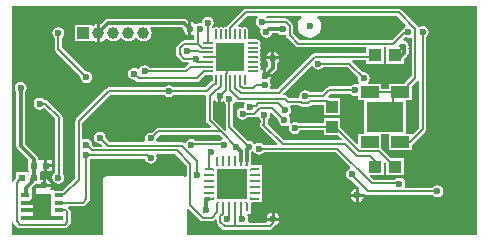
<source format=gbl>
G04*
G04 #@! TF.GenerationSoftware,Altium Limited,Altium Designer,19.0.12 (326)*
G04*
G04 Layer_Physical_Order=2*
G04 Layer_Color=16711680*
%FSLAX44Y44*%
%MOMM*%
G71*
G01*
G75*
%ADD12C,0.2000*%
%ADD17R,0.6000X0.5000*%
%ADD35R,1.0000X1.1000*%
%ADD64C,0.3000*%
%ADD67C,0.6000*%
%ADD68C,1.0000*%
%ADD69R,1.0000X1.0000*%
%ADD70R,0.7500X0.2500*%
%ADD71R,0.8500X0.2500*%
%ADD72R,0.2500X0.7500*%
%ADD73R,0.2500X0.8500*%
%ADD74R,2.6000X2.6000*%
%ADD75O,0.8500X0.2000*%
%ADD76O,0.2000X0.8500*%
%ADD77R,2.4000X2.4000*%
%ADD78R,3.1000X2.5000*%
%ADD79R,1.5500X1.0000*%
%ADD80R,1.1000X1.0000*%
%ADD81R,1.5000X2.3000*%
%ADD82R,0.8000X0.3000*%
G36*
X397196Y2804D02*
X151534D01*
Y24634D01*
X152804Y25160D01*
X162347Y15617D01*
X162347Y15617D01*
X163339Y14954D01*
X164510Y14721D01*
X164510Y14721D01*
X172040D01*
X172040Y14721D01*
X173211Y14954D01*
X174203Y15617D01*
X175188Y16602D01*
X176361Y16116D01*
Y14025D01*
X176361Y14025D01*
X176594Y12854D01*
X177257Y11862D01*
X180861Y8259D01*
X181853Y7595D01*
X183023Y7362D01*
X183469Y7451D01*
X191850D01*
X192043Y7490D01*
X192236Y7451D01*
X192236Y7451D01*
X221168D01*
X221168Y7451D01*
X222338Y7684D01*
X223331Y8347D01*
X226144Y11160D01*
X226250Y11181D01*
X228082Y12406D01*
X229307Y14238D01*
X229484Y15130D01*
X218692D01*
X218750Y14839D01*
X217906Y13569D01*
X203579D01*
X202885Y14839D01*
X203218Y16510D01*
X202830Y18461D01*
X202096Y19560D01*
X202766Y20830D01*
X205100D01*
Y29296D01*
X205315Y30365D01*
X206384Y30580D01*
X214850D01*
Y40580D01*
Y50580D01*
Y62080D01*
X206384D01*
X205315Y62295D01*
X205100Y63364D01*
Y64144D01*
X205147Y64214D01*
X205419Y65580D01*
Y72908D01*
X206462Y73722D01*
X207858Y73489D01*
X207923Y73436D01*
X208485Y72595D01*
X210139Y71490D01*
X212090Y71102D01*
X214041Y71490D01*
X215695Y72595D01*
X216060Y73141D01*
X277022D01*
X289565Y60598D01*
X289197Y59383D01*
X288879Y59320D01*
X287225Y58215D01*
X286120Y56561D01*
X285732Y54610D01*
X286120Y52659D01*
X287225Y51005D01*
X288879Y49900D01*
X290297Y49618D01*
X296758Y43158D01*
X296591Y42846D01*
Y37770D01*
X301667D01*
X301978Y37937D01*
X302079Y37837D01*
X303071Y37174D01*
X304242Y36941D01*
X304242Y36941D01*
X359250D01*
X359615Y36395D01*
X361269Y35290D01*
X363220Y34901D01*
X365171Y35290D01*
X366825Y36395D01*
X367930Y38049D01*
X368318Y39999D01*
X367930Y41950D01*
X366825Y43604D01*
X365171Y44709D01*
X363220Y45097D01*
X361269Y44709D01*
X359615Y43604D01*
X359250Y43058D01*
X336028D01*
X335429Y44178D01*
X335690Y44569D01*
X336078Y46520D01*
X335690Y48471D01*
X334585Y50125D01*
X332931Y51230D01*
X330980Y51618D01*
X329029Y51230D01*
X327375Y50125D01*
X327231Y49908D01*
X308907D01*
X305989Y52827D01*
X306474Y54000D01*
X317940D01*
Y63908D01*
X319050Y64382D01*
X319940Y63647D01*
Y54000D01*
X334940D01*
Y68000D01*
X324245D01*
X316130Y76115D01*
X315941Y76241D01*
Y88452D01*
X321941D01*
Y74952D01*
X341441D01*
Y79165D01*
X342375Y79789D01*
X353143Y90557D01*
X353143Y90557D01*
X353806Y91549D01*
X354039Y92720D01*
X354039Y92720D01*
Y170980D01*
X354585Y171345D01*
X355690Y172999D01*
X356078Y174950D01*
X355690Y176901D01*
X354585Y178555D01*
X352931Y179660D01*
X350980Y180048D01*
X349029Y179660D01*
X348273Y179155D01*
X348125Y179077D01*
X346614Y179527D01*
X346566Y179598D01*
X346566Y179598D01*
X332501Y193663D01*
X331509Y194326D01*
X330338Y194559D01*
X330338Y194559D01*
X200865D01*
X199694Y194326D01*
X198702Y193663D01*
X198702Y193663D01*
X185797Y180758D01*
X185134Y179766D01*
X184987Y179025D01*
X183960Y179229D01*
X182789Y178996D01*
X181960Y178442D01*
X181131Y178996D01*
X179960Y179229D01*
X178790Y178996D01*
X177960Y178442D01*
X177131Y178996D01*
X175960Y179229D01*
X174790Y178996D01*
X173797Y178333D01*
X172605Y178223D01*
X172495Y179245D01*
X173600Y180899D01*
X173988Y182850D01*
X173600Y184801D01*
X172495Y186455D01*
X170841Y187560D01*
X168890Y187948D01*
X166939Y187560D01*
X165285Y186455D01*
X164180Y184801D01*
X163792Y182850D01*
X163628Y182686D01*
X162560Y182898D01*
X160609Y182510D01*
X159381Y181690D01*
X157794Y181779D01*
X157784Y181794D01*
X155952Y183019D01*
X155060Y183196D01*
Y177800D01*
Y172404D01*
X155952Y172581D01*
X156281Y172802D01*
X157401Y172203D01*
Y167729D01*
X148645D01*
X148645Y167729D01*
X147474Y167496D01*
X146482Y166833D01*
X142967Y163318D01*
X142304Y162326D01*
X142071Y161155D01*
X142071Y161155D01*
Y156185D01*
X142071Y156185D01*
X142304Y155014D01*
X142967Y154022D01*
X146752Y150237D01*
X147744Y149574D01*
X148915Y149341D01*
X152431D01*
X152697Y148869D01*
X152817Y148071D01*
X152460Y147833D01*
X152460Y147833D01*
X149356Y144729D01*
X119370D01*
X119005Y145275D01*
X117351Y146380D01*
X115400Y146768D01*
X113449Y146380D01*
X111795Y145275D01*
X110878Y143902D01*
X110527Y143606D01*
X109371Y143498D01*
X108291Y144219D01*
X106340Y144607D01*
X104389Y144219D01*
X102735Y143114D01*
X101630Y141460D01*
X101242Y139509D01*
X101630Y137559D01*
X102735Y135905D01*
X104389Y134800D01*
X106340Y134411D01*
X107261Y134595D01*
X108349Y133507D01*
X109341Y132844D01*
X110512Y132611D01*
X159621D01*
X159621Y132611D01*
X160791Y132844D01*
X161784Y133507D01*
X166888Y138611D01*
X171794D01*
X172176Y138395D01*
X172685Y137886D01*
X172901Y137504D01*
Y133925D01*
X172015Y133333D01*
X172015Y133333D01*
X166621Y127939D01*
X139860D01*
X139495Y128485D01*
X137841Y129590D01*
X135890Y129978D01*
X133939Y129590D01*
X132285Y128485D01*
X131920Y127939D01*
X85040D01*
X85040Y127939D01*
X83870Y127706D01*
X82877Y127043D01*
X82877Y127043D01*
X57527Y101693D01*
X56864Y100701D01*
X56631Y99530D01*
X56631Y99530D01*
Y51027D01*
X45993Y40389D01*
X43370D01*
X43370Y40389D01*
X43074Y40330D01*
X38460D01*
Y41120D01*
X35844D01*
X35245Y42240D01*
X35699Y42918D01*
X35876Y43810D01*
X30480D01*
Y45080D01*
X29210D01*
Y50476D01*
X28318Y50299D01*
X27711Y49893D01*
X26441Y50572D01*
Y55616D01*
X26441Y56000D01*
X27384Y56790D01*
X30480D01*
Y61830D01*
Y66870D01*
X26210D01*
Y66870D01*
X25010Y67039D01*
Y67359D01*
X24738Y68725D01*
X23965Y69883D01*
X14010Y79838D01*
Y124041D01*
X14046Y124065D01*
X15151Y125719D01*
X15539Y127670D01*
X15151Y129621D01*
X14046Y131275D01*
X12392Y132380D01*
X10441Y132768D01*
X8490Y132380D01*
X6837Y131275D01*
X5731Y129621D01*
X5343Y127670D01*
X5731Y125719D01*
X6837Y124065D01*
X6873Y124041D01*
Y78359D01*
X7144Y76994D01*
X7918Y75836D01*
X16306Y67448D01*
X16750Y66330D01*
X16750D01*
X16750Y66330D01*
Y57330D01*
X17873D01*
Y56898D01*
X16975Y56000D01*
X16441D01*
Y56000D01*
X16441D01*
Y56000D01*
X6441D01*
Y51026D01*
X4807Y49392D01*
X4144Y48399D01*
X4074Y48046D01*
X2804Y48171D01*
Y197196D01*
X105078D01*
X105267Y197070D01*
X106340Y196856D01*
X107413Y197070D01*
X107603Y197196D01*
X397196D01*
Y2804D01*
D02*
G37*
G36*
X336623Y180890D02*
X336215Y179501D01*
X334798Y178555D01*
X333821Y177092D01*
X324620Y167891D01*
X246787D01*
X241347Y173331D01*
Y179920D01*
X241347Y179921D01*
X241114Y181091D01*
X240451Y182083D01*
X240451Y182083D01*
X236936Y185598D01*
X235944Y186261D01*
X234773Y186494D01*
X234773Y186494D01*
X218855D01*
X218335Y187171D01*
X218880Y188441D01*
X248009D01*
X248417Y187239D01*
X248046Y186954D01*
X246483Y184917D01*
X245501Y182545D01*
X245166Y180000D01*
X245501Y177455D01*
X246483Y175083D01*
X248046Y173046D01*
X250083Y171483D01*
X252455Y170501D01*
X255000Y170166D01*
X257545Y170501D01*
X259917Y171483D01*
X261954Y173046D01*
X263517Y175083D01*
X264499Y177455D01*
X264834Y180000D01*
X264499Y182545D01*
X263517Y184917D01*
X261954Y186954D01*
X261583Y187239D01*
X261991Y188441D01*
X329071D01*
X336623Y180890D01*
D02*
G37*
G36*
X211076Y187171D02*
X210880Y187040D01*
X209775Y185386D01*
X209387Y183435D01*
X209775Y181484D01*
X210880Y179830D01*
X212534Y178725D01*
X213362Y178561D01*
X213848Y177387D01*
X213730Y177211D01*
X213342Y175260D01*
X213730Y173309D01*
X214835Y171655D01*
X216489Y170550D01*
X218440Y170162D01*
X220391Y170550D01*
X222045Y171655D01*
X223150Y173309D01*
X223261Y173867D01*
X228659D01*
X228683Y173830D01*
X230337Y172725D01*
X232288Y172337D01*
X233959Y172670D01*
X234789Y172274D01*
X235265Y171884D01*
X235462Y170894D01*
X236125Y169902D01*
X243357Y162669D01*
X243357Y162669D01*
X244350Y162006D01*
X245520Y161773D01*
X245520Y161773D01*
X303141D01*
Y157059D01*
X259705D01*
X259705Y157059D01*
X258534Y156826D01*
X257542Y156163D01*
X227608Y126229D01*
X222272D01*
X221673Y127349D01*
X221880Y127659D01*
X222268Y129609D01*
X221880Y131560D01*
X221271Y132472D01*
X221164Y133928D01*
X222389Y135760D01*
X222566Y136652D01*
X217170D01*
Y137922D01*
X215900D01*
Y143318D01*
X215008Y143141D01*
X215005Y143138D01*
X213615Y143596D01*
X213286Y144500D01*
X213519Y145670D01*
X213286Y146840D01*
X212732Y147670D01*
X213286Y148499D01*
X213519Y149670D01*
X213286Y150841D01*
X212732Y151670D01*
X213286Y152500D01*
X213519Y153670D01*
X213286Y154840D01*
X212732Y155670D01*
X213286Y156500D01*
X213519Y157670D01*
X213286Y158841D01*
X212732Y159670D01*
X213286Y160499D01*
X213519Y161670D01*
X213286Y162840D01*
X212732Y163670D01*
X213286Y164499D01*
X213519Y165670D01*
X213286Y166840D01*
X212623Y167833D01*
X211630Y168496D01*
X210460Y168729D01*
X204126D01*
X203744Y168945D01*
X203235Y169454D01*
X203019Y169836D01*
Y176170D01*
X202786Y177341D01*
X202123Y178333D01*
X201131Y178996D01*
X199960Y179229D01*
X198790Y178996D01*
X197960Y178442D01*
X197131Y178996D01*
X195960Y179229D01*
X195150Y179068D01*
X194752Y179266D01*
X194464Y180658D01*
X194533Y180842D01*
X202132Y188441D01*
X210691D01*
X211076Y187171D01*
D02*
G37*
G36*
X336452Y170240D02*
X338403Y169852D01*
X340074Y170184D01*
X341344Y169491D01*
Y137500D01*
X336240Y132395D01*
X335577Y131403D01*
X335487Y130952D01*
X321941D01*
Y127011D01*
X315941D01*
Y130952D01*
X305215D01*
X304879Y131556D01*
X304700Y132222D01*
X305700Y133719D01*
X306088Y135670D01*
X305700Y137621D01*
X304595Y139275D01*
X302941Y140380D01*
X300990Y140768D01*
X300346Y140640D01*
X291315Y149671D01*
X291841Y150941D01*
X303141D01*
Y148000D01*
X318141D01*
Y161773D01*
X320141D01*
Y148000D01*
X335141D01*
Y152313D01*
X337803Y154976D01*
X338577Y156133D01*
X338849Y157499D01*
Y160660D01*
X338762Y161097D01*
X339028Y162436D01*
X338640Y164387D01*
X337535Y166041D01*
X335881Y167146D01*
X334581Y167404D01*
X334156Y168775D01*
X335954Y170573D01*
X336452Y170240D01*
D02*
G37*
G36*
X257639Y145812D02*
X258585Y144395D01*
X260239Y143290D01*
X262190Y142902D01*
X264141Y143290D01*
X265795Y144395D01*
X266160Y144941D01*
X287393D01*
X296020Y136314D01*
X295892Y135670D01*
X296280Y133719D01*
X297280Y132222D01*
X297196Y131909D01*
X296441Y130952D01*
X295350Y130520D01*
X295171Y130470D01*
X293370Y130828D01*
X291419Y130440D01*
X289765Y129335D01*
X289400Y128789D01*
X271780D01*
X271780Y128789D01*
X270609Y128556D01*
X269617Y127893D01*
X269617Y127893D01*
X265433Y123709D01*
X255430D01*
X255065Y124255D01*
X253411Y125360D01*
X251460Y125748D01*
X249509Y125360D01*
X247855Y124255D01*
X246750Y122601D01*
X246362Y120650D01*
X246481Y120051D01*
X245676Y119069D01*
X237666D01*
X236073Y120662D01*
X235081Y121325D01*
X233910Y121558D01*
X233910Y121558D01*
X233248D01*
X232761Y122731D01*
X256250Y146219D01*
X257639Y145812D01*
D02*
G37*
G36*
X167511Y120635D02*
X167511Y120635D01*
Y100282D01*
X167511Y100282D01*
X167744Y99112D01*
X168407Y98119D01*
X171402Y95124D01*
X170916Y93951D01*
X126762D01*
X126762Y93951D01*
X125592Y93718D01*
X124599Y93055D01*
X121294Y89750D01*
X120650Y89878D01*
X118699Y89490D01*
X117045Y88385D01*
X115940Y86731D01*
X115552Y84780D01*
X115885Y83109D01*
X115191Y81839D01*
X85397D01*
X82440Y84796D01*
X82568Y85440D01*
X82180Y87391D01*
X81075Y89045D01*
X79421Y90150D01*
X77470Y90538D01*
X75519Y90150D01*
X73865Y89045D01*
X72760Y87391D01*
X72372Y85440D01*
X72760Y83489D01*
X73865Y81835D01*
X75519Y80730D01*
X77470Y80342D01*
X78114Y80470D01*
X79572Y79012D01*
X79086Y77839D01*
X72132D01*
X71044Y78927D01*
X71138Y79400D01*
X70750Y81351D01*
X69645Y83005D01*
X67991Y84110D01*
X66040Y84498D01*
X64089Y84110D01*
X63869Y83963D01*
X62749Y84561D01*
Y98263D01*
X86307Y121821D01*
X131920D01*
X132285Y121275D01*
X133939Y120170D01*
X135890Y119782D01*
X137841Y120170D01*
X139495Y121275D01*
X139860Y121821D01*
X166452D01*
X167511Y120635D01*
D02*
G37*
G36*
X180340Y115254D02*
X181232Y115431D01*
X182347Y116177D01*
X182390Y116159D01*
X183495Y114505D01*
X184041Y114140D01*
Y94072D01*
X184041Y94072D01*
X184274Y92902D01*
X184680Y92294D01*
X183694Y91484D01*
X182123Y93055D01*
X182123Y93055D01*
X173629Y101549D01*
Y116536D01*
X174899Y116921D01*
X175076Y116656D01*
X176908Y115431D01*
X177800Y115254D01*
Y120650D01*
X180340D01*
Y115254D01*
D02*
G37*
G36*
X193849Y115673D02*
X195019Y115440D01*
X199361D01*
X200040Y114170D01*
X199760Y113751D01*
X199372Y111800D01*
X199395Y111686D01*
X198497Y110788D01*
X198303Y110827D01*
X196352Y110439D01*
X194698Y109334D01*
X193593Y107680D01*
X193205Y105729D01*
X193593Y103778D01*
X194698Y102124D01*
X196352Y101019D01*
X198303Y100631D01*
X200254Y101019D01*
X201908Y102124D01*
X202273Y102670D01*
X208220D01*
X208220Y102670D01*
X209391Y102903D01*
X210383Y103566D01*
X210391Y103574D01*
X211769Y103156D01*
X211890Y102548D01*
X212995Y100894D01*
X213541Y100529D01*
Y98310D01*
X213074Y97611D01*
X212841Y96440D01*
X213074Y95269D01*
X213737Y94277D01*
X227582Y80432D01*
X227096Y79259D01*
X216060D01*
X215695Y79805D01*
X214041Y80910D01*
X212090Y81298D01*
X210139Y80910D01*
X209154Y80252D01*
X208369Y79898D01*
X207527Y80576D01*
X206965Y81417D01*
X205311Y82522D01*
X203360Y82910D01*
X202716Y82782D01*
X190159Y95339D01*
Y114140D01*
X190705Y114505D01*
X191580Y115816D01*
X192434Y116164D01*
X193107Y116169D01*
X193849Y115673D01*
D02*
G37*
G36*
X289765Y122125D02*
X291419Y121020D01*
X293370Y120632D01*
X295171Y120990D01*
X295600Y120871D01*
X296441Y120421D01*
Y116952D01*
X301441D01*
Y88952D01*
X296441D01*
Y80695D01*
X295268Y80209D01*
X281000Y94476D01*
Y102300D01*
X267000D01*
Y97859D01*
X245181D01*
X244521Y98300D01*
X242570Y98688D01*
X240619Y98300D01*
X239256Y97389D01*
X238340Y98305D01*
X238390Y98379D01*
X238778Y100330D01*
X238390Y102281D01*
X237614Y103442D01*
X237732Y105047D01*
X237893Y105155D01*
X238998Y106809D01*
X239386Y108760D01*
X238998Y110711D01*
X238349Y111681D01*
X239028Y112951D01*
X246348D01*
X246812Y112487D01*
X247804Y111824D01*
X248975Y111591D01*
X253945D01*
X253945Y111591D01*
X255116Y111824D01*
X256108Y112487D01*
X256862Y113241D01*
X267000D01*
Y104300D01*
X281000D01*
Y119300D01*
X271472D01*
X270946Y120570D01*
X273047Y122671D01*
X289400D01*
X289765Y122125D01*
D02*
G37*
G36*
X347921Y133812D02*
Y93987D01*
X342463Y88529D01*
X341441Y88952D01*
Y88952D01*
X336441D01*
Y116952D01*
X341441D01*
Y127847D01*
X341462Y127952D01*
X341462Y127952D01*
Y128966D01*
X346566Y134070D01*
X346566Y134070D01*
X346651Y134197D01*
X347921Y133812D01*
D02*
G37*
G36*
X228685Y100845D02*
X228582Y100330D01*
X228970Y98379D01*
X230075Y96725D01*
X231729Y95620D01*
X233680Y95232D01*
X235631Y95620D01*
X236994Y96531D01*
X237910Y95616D01*
X237860Y95541D01*
X237472Y93590D01*
X237860Y91639D01*
X238965Y89985D01*
X240619Y88880D01*
X242570Y88492D01*
X244521Y88880D01*
X246175Y89985D01*
X247280Y91639D01*
X247300Y91741D01*
X267000D01*
Y87300D01*
X279525D01*
X282393Y84432D01*
X281907Y83259D01*
X233407D01*
X219637Y97029D01*
X219659Y97140D01*
Y100529D01*
X220205Y100894D01*
X221310Y102548D01*
X221698Y104499D01*
X221365Y106170D01*
X221440Y106307D01*
X222830Y106700D01*
X228685Y100845D01*
D02*
G37*
G36*
X181564Y84962D02*
X181195Y83747D01*
X181009Y83710D01*
X179526Y82719D01*
X158736D01*
X158545Y83005D01*
X156891Y84110D01*
X154940Y84498D01*
X152989Y84110D01*
X151335Y83005D01*
X150303Y81459D01*
X149960Y81228D01*
X148874Y81042D01*
X148031Y81606D01*
X146860Y81839D01*
X146860Y81839D01*
X126109D01*
X125415Y83109D01*
X125748Y84780D01*
X125620Y85424D01*
X128029Y87833D01*
X178693D01*
X181564Y84962D01*
D02*
G37*
G36*
X151071Y61758D02*
Y53070D01*
X149803Y52390D01*
X148730Y52604D01*
X83100D01*
X82027Y52390D01*
X81117Y51783D01*
X80510Y50873D01*
X80296Y49800D01*
Y2804D01*
X2804D01*
Y13645D01*
X4074Y13770D01*
X4144Y13417D01*
X4807Y12424D01*
X7564Y9667D01*
X7564Y9667D01*
X8557Y9004D01*
X9727Y8771D01*
X47780D01*
X47780Y8771D01*
X48951Y9004D01*
X49943Y9667D01*
X52083Y11807D01*
X52083Y11807D01*
X52746Y12800D01*
X52979Y13970D01*
Y22410D01*
X52746Y23581D01*
X52083Y24573D01*
X52083Y24573D01*
X50719Y25937D01*
X50623Y26001D01*
X51008Y27271D01*
X62800D01*
X62800Y27271D01*
X63970Y27504D01*
X64963Y28167D01*
X68203Y31407D01*
X68203Y31407D01*
X68866Y32399D01*
X69099Y33570D01*
Y67150D01*
X69645Y67515D01*
X69783Y67721D01*
X115723D01*
X115940Y66629D01*
X117045Y64975D01*
X118699Y63870D01*
X120650Y63482D01*
X122601Y63870D01*
X124255Y64975D01*
X125360Y66629D01*
X125748Y68580D01*
X125376Y70451D01*
X125379Y70724D01*
X125912Y71721D01*
X141108D01*
X151071Y61758D01*
D02*
G37*
G36*
X202100Y61330D02*
X200600D01*
Y62330D01*
X203100D01*
X202100Y61330D01*
D02*
G37*
G36*
X178100D02*
X176600D01*
X175600Y62330D01*
X178100D01*
Y61330D01*
D02*
G37*
G36*
X205350Y57580D02*
X204350D01*
Y59080D01*
X205350Y60080D01*
Y57580D01*
D02*
G37*
G36*
X174350Y59080D02*
Y57580D01*
X173350D01*
Y60080D01*
X174350Y59080D01*
D02*
G37*
G36*
X205350Y32580D02*
X204350Y33580D01*
Y35080D01*
X205350D01*
Y32580D01*
D02*
G37*
G36*
X174350Y33580D02*
X173350Y32580D01*
Y35080D01*
X174350D01*
Y33580D01*
D02*
G37*
G36*
X203100Y30330D02*
X200600D01*
Y31330D01*
X202100D01*
X203100Y30330D01*
D02*
G37*
G36*
X178100D02*
X175600D01*
X176600Y31330D01*
X178100D01*
Y30330D01*
D02*
G37*
%LPC*%
G36*
X149090Y186068D02*
X84700D01*
X83334Y185797D01*
X82177Y185023D01*
X78402Y181249D01*
X78168Y181346D01*
X77470Y181438D01*
Y174000D01*
Y166562D01*
X78168Y166654D01*
X80002Y167414D01*
X81578Y168622D01*
X82090Y169290D01*
X83691D01*
X83908Y169007D01*
X85370Y167885D01*
X87073Y167180D01*
X88900Y166940D01*
X90727Y167180D01*
X92430Y167885D01*
X93892Y169007D01*
X94463Y169751D01*
X96037D01*
X96608Y169007D01*
X98070Y167885D01*
X99773Y167180D01*
X101600Y166940D01*
X103427Y167180D01*
X105130Y167885D01*
X106592Y169007D01*
X107163Y169751D01*
X108737D01*
X109308Y169007D01*
X110770Y167885D01*
X112473Y167180D01*
X114300Y166940D01*
X116127Y167180D01*
X117830Y167885D01*
X119292Y169007D01*
X120414Y170470D01*
X121120Y172173D01*
X121360Y174000D01*
X121120Y175827D01*
X120414Y177530D01*
X120213Y177792D01*
X120775Y178931D01*
X147251D01*
X148159Y177888D01*
X148141Y177800D01*
X148571Y175638D01*
X149796Y173806D01*
X151628Y172581D01*
X152520Y172404D01*
Y177800D01*
Y184117D01*
X151613Y185023D01*
X150456Y185797D01*
X149090Y186068D01*
D02*
G37*
G36*
X74930Y181438D02*
X74232Y181346D01*
X72397Y180586D01*
X71770Y180105D01*
X70500Y180731D01*
Y181000D01*
X56500D01*
Y167000D01*
X70500D01*
Y167269D01*
X71770Y167895D01*
X72397Y167414D01*
X74232Y166654D01*
X74930Y166562D01*
Y174000D01*
Y181438D01*
D02*
G37*
G36*
X42250Y179088D02*
X40299Y178700D01*
X38645Y177595D01*
X37540Y175941D01*
X37152Y173990D01*
X37540Y172039D01*
X38645Y170385D01*
X39191Y170020D01*
Y160460D01*
X39191Y160460D01*
X39424Y159289D01*
X40087Y158297D01*
X61070Y137314D01*
X60942Y136670D01*
X61330Y134719D01*
X62435Y133065D01*
X64089Y131960D01*
X66040Y131572D01*
X67991Y131960D01*
X69645Y133065D01*
X70750Y134719D01*
X71138Y136670D01*
X70750Y138621D01*
X69645Y140275D01*
X67991Y141380D01*
X66040Y141768D01*
X65396Y141640D01*
X45309Y161727D01*
Y170020D01*
X45855Y170385D01*
X46960Y172039D01*
X47348Y173990D01*
X46960Y175941D01*
X45855Y177595D01*
X44201Y178700D01*
X42250Y179088D01*
D02*
G37*
G36*
X37290Y66870D02*
X33020D01*
Y63100D01*
X37290D01*
Y66870D01*
D02*
G37*
G36*
Y60560D02*
X33020D01*
Y56790D01*
X37290D01*
Y60560D01*
D02*
G37*
G36*
X26470Y119398D02*
X24519Y119010D01*
X22865Y117905D01*
X21760Y116251D01*
X21372Y114300D01*
X21760Y112349D01*
X22865Y110695D01*
X24519Y109590D01*
X26470Y109202D01*
X28421Y109590D01*
X30075Y110695D01*
X30680Y110755D01*
X39841Y101594D01*
Y55904D01*
X38645Y55105D01*
X37540Y53451D01*
X37152Y51500D01*
X37540Y49549D01*
X38645Y47895D01*
X40299Y46790D01*
X42250Y46402D01*
X44201Y46790D01*
X45855Y47895D01*
X46960Y49549D01*
X47348Y51500D01*
X46960Y53451D01*
X45959Y54949D01*
Y102861D01*
X45726Y104031D01*
X45063Y105024D01*
X33624Y116463D01*
X32631Y117126D01*
X31461Y117359D01*
X31461Y117359D01*
X30440D01*
X30075Y117905D01*
X28421Y119010D01*
X26470Y119398D01*
D02*
G37*
G36*
X31750Y50476D02*
Y46350D01*
X35876D01*
X35699Y47242D01*
X34474Y49074D01*
X32642Y50299D01*
X31750Y50476D01*
D02*
G37*
G36*
X294051Y41896D02*
X293159Y41719D01*
X291327Y40494D01*
X290102Y38662D01*
X289925Y37770D01*
X294051D01*
Y41896D01*
D02*
G37*
G36*
X300717Y35230D02*
X296591D01*
Y31104D01*
X297482Y31281D01*
X299315Y32506D01*
X300539Y34339D01*
X300717Y35230D01*
D02*
G37*
G36*
X294051D02*
X289925D01*
X290102Y34339D01*
X291327Y32506D01*
X293159Y31281D01*
X294051Y31104D01*
Y35230D01*
D02*
G37*
G36*
X225358Y21796D02*
Y17670D01*
X229484D01*
X229307Y18562D01*
X228082Y20394D01*
X226250Y21618D01*
X225358Y21796D01*
D02*
G37*
G36*
X222818D02*
X221926Y21618D01*
X220094Y20394D01*
X218869Y18562D01*
X218692Y17670D01*
X222818D01*
Y21796D01*
D02*
G37*
G36*
X225085Y158315D02*
Y154189D01*
X229210D01*
X229033Y155080D01*
X227809Y156913D01*
X225976Y158137D01*
X225085Y158315D01*
D02*
G37*
G36*
X222545D02*
X221653Y158137D01*
X219820Y156913D01*
X218596Y155080D01*
X218419Y154189D01*
X222545D01*
Y158315D01*
D02*
G37*
G36*
X229210Y151649D02*
X218419D01*
X218596Y150757D01*
X219820Y148925D01*
X220246Y148640D01*
Y146045D01*
X218440Y144239D01*
Y139192D01*
X223487D01*
X226338Y142043D01*
X227111Y143201D01*
X227383Y144567D01*
Y148640D01*
X227809Y148925D01*
X229033Y150757D01*
X229210Y151649D01*
D02*
G37*
%LPD*%
D12*
X156652Y152400D02*
X159382Y149670D01*
X160460Y175700D02*
X162560Y177800D01*
X160460Y164832D02*
Y175700D01*
X168890Y165670D02*
Y182850D01*
X192236Y10510D02*
X221168D01*
X191960Y127856D02*
Y134420D01*
Y127856D02*
X196646Y123170D01*
X228875D01*
X259705Y154000D01*
X310141D01*
X310641Y154500D01*
X191850Y10896D02*
X192236Y10510D01*
X168710Y165670D02*
X168890D01*
X183112Y10510D02*
X191850D01*
X288660Y148000D02*
X300990Y135670D01*
X262190Y148000D02*
X288660D01*
X266700Y120650D02*
X271780Y125730D01*
X251460Y120650D02*
X266700D01*
X255595Y116300D02*
X269500D01*
X253945Y114650D02*
X255595Y116300D01*
X248975Y114650D02*
X253945D01*
X247615Y116010D02*
X248975Y114650D01*
X236399Y116010D02*
X247615D01*
X233910Y118499D02*
X236399Y116010D01*
X224088Y13430D02*
Y16400D01*
X221168Y10510D02*
X224088Y13430D01*
X183023Y10421D02*
X183112Y10510D01*
X185420Y16510D02*
X186592Y17682D01*
X181600Y21175D02*
Y26830D01*
X179420Y18995D02*
X181600Y21175D01*
X179420Y14025D02*
Y18995D01*
Y14025D02*
X183023Y10421D01*
X176850Y22590D02*
Y27080D01*
X172040Y17780D02*
X176850Y22590D01*
X191850Y10896D02*
Y27080D01*
X164510Y17780D02*
X172040D01*
X324419Y63500D02*
X329210D01*
X174178Y131170D02*
X175960D01*
X307640Y46850D02*
X330980D01*
X285294Y80200D02*
X295594Y69900D01*
X278289Y76200D02*
X307640Y46850D01*
X232140Y80200D02*
X285294D01*
X215900Y96440D02*
X232140Y80200D01*
X212090Y76200D02*
X278289D01*
X186592Y17682D02*
X186850D01*
X181600Y26830D02*
X181850Y27080D01*
X325887Y164832D02*
X336005Y174950D01*
X245520Y164832D02*
X325887D01*
X238288Y172064D02*
X245520Y164832D01*
X238288Y172064D02*
Y179921D01*
X234773Y183435D02*
X238288Y179921D01*
X330338Y191500D02*
X344403Y177435D01*
X200865Y191500D02*
X330338D01*
X187960Y178595D02*
X200865Y191500D01*
X336005Y174950D02*
X338403D01*
X214485Y183435D02*
X234773D01*
X160460Y164832D02*
X160622Y164670D01*
X145130Y156185D02*
X148915Y152400D01*
X148645Y164670D02*
X160622D01*
X163622Y161670D01*
X168710D01*
X151130Y158670D02*
X160965D01*
X161965Y157670D01*
X168710D01*
X148915Y152400D02*
X156652D01*
X145130Y156185D02*
Y161155D01*
X148645Y164670D01*
X156652Y152400D02*
X158750D01*
X154623Y145670D02*
X168710D01*
X150623Y141670D02*
X154623Y145670D01*
X313967Y73952D02*
X324419Y63500D01*
X297198Y73952D02*
X313967D01*
X274000Y94800D02*
X276350D01*
X244862D02*
X274000D01*
X269500Y116300D02*
X274000Y111800D01*
X290830Y53411D02*
Y54610D01*
Y53411D02*
X304242Y39999D01*
X363220D01*
X168710Y153670D02*
X183600D01*
X184860Y150570D02*
X185945Y151655D01*
X209807Y129609D02*
X217170D01*
X204470Y111800D02*
X205235Y112565D01*
X186850Y17682D02*
Y27080D01*
X196850Y17682D02*
Y27080D01*
X154940Y79400D02*
X155200Y79660D01*
X146860Y78780D02*
X160130Y65510D01*
X84130Y78780D02*
X146860D01*
X142375Y74780D02*
X154130Y63025D01*
X70865Y74780D02*
X142375D01*
X170100Y70878D02*
X171800Y72578D01*
Y73660D01*
X170100Y58830D02*
Y70878D01*
X182300Y79660D02*
X182960Y79000D01*
X155200Y79660D02*
X182300D01*
X154130Y28160D02*
X164510Y17780D01*
X154130Y28160D02*
Y63025D01*
X160130Y54131D02*
Y65510D01*
X242570Y93590D02*
X243652D01*
X244862Y94800D01*
X295594Y69900D02*
X306440D01*
X276350Y94800D02*
X297198Y73952D01*
X306440Y69900D02*
X310440Y65900D01*
X330980Y46520D02*
Y46850D01*
X216600Y97140D02*
Y104499D01*
X215900Y96440D02*
X216600Y97140D01*
X170570Y100282D02*
Y120635D01*
X179070Y120650D02*
Y120960D01*
X183960Y125850D01*
Y134420D01*
X167888Y124880D02*
X174178Y131170D01*
X175960D02*
Y134420D01*
X170570Y120635D02*
X176585Y126650D01*
X177097D01*
X179960Y129513D01*
X135890Y124880D02*
X167888D01*
X179960Y129513D02*
Y134420D01*
X170570Y100282D02*
X179960Y90892D01*
X193040Y77812D01*
X187960Y125735D02*
X189497Y124199D01*
Y124199D02*
Y124199D01*
X189408Y124110D02*
X189497Y124199D01*
X184860Y140227D02*
Y150570D01*
X183960Y139327D02*
X184860Y140227D01*
X183960Y134420D02*
Y139327D01*
X187960Y172920D02*
Y178595D01*
X77470Y85440D02*
X84130Y78780D01*
X66245Y79400D02*
X70865Y74780D01*
X66040Y79400D02*
X66245D01*
X119568Y68580D02*
X120650D01*
X117368Y70780D02*
X119568Y68580D01*
X66380Y70780D02*
X117368D01*
X66040Y71120D02*
X66380Y70780D01*
X59690Y49760D02*
Y99530D01*
X47260Y37330D02*
X59690Y49760D01*
Y99530D02*
X85040Y124880D01*
X120650Y84780D02*
X126762Y90892D01*
X179960D01*
X271780Y125730D02*
X293370D01*
X231096Y102760D02*
X233680Y100330D01*
X234343D01*
X223357Y110499D02*
X231096Y102760D01*
X212990Y110499D02*
X223357D01*
X208220Y105729D02*
X212990Y110499D01*
X228549Y114499D02*
X234288Y108760D01*
X195019Y118499D02*
X233910D01*
X211333Y114499D02*
X228549D01*
X198303Y105729D02*
X208220D01*
X209400Y112565D02*
X211333Y114499D01*
X205235Y112565D02*
X209400D01*
X207368Y127170D02*
X209807Y129609D01*
X198303Y127170D02*
X207368D01*
X193100Y120418D02*
Y120595D01*
Y120418D02*
X195019Y118499D01*
X189585Y124110D02*
X193100Y120595D01*
X187100Y94072D02*
X203360Y77812D01*
X189408Y124110D02*
X189585D01*
X187100Y94072D02*
Y118110D01*
X340212Y81952D02*
X350980Y92720D01*
X331691Y81952D02*
X340212D01*
X350980Y92720D02*
Y174950D01*
X338403Y130233D02*
X344403Y136233D01*
Y177435D01*
X332123Y123952D02*
X335280Y127109D01*
X337561D01*
X331691Y123952D02*
X332123D01*
X337561Y127109D02*
X338403Y127952D01*
X329910Y123952D02*
X331691D01*
X338403Y127952D02*
Y130233D01*
X195960Y129513D02*
X198303Y127170D01*
X195960Y129513D02*
Y134420D01*
X187960Y125735D02*
Y134420D01*
X42250Y160460D02*
Y173990D01*
Y160460D02*
X66040Y136670D01*
X299441Y127952D02*
X303441Y123952D01*
X306191D01*
X329910D01*
X325910Y119952D02*
X329910Y123952D01*
X325910Y114452D02*
Y119952D01*
X316868Y105410D02*
X325910Y114452D01*
X314040Y105410D02*
X316868D01*
X314040D02*
X316498Y102952D01*
X318941D01*
X165460Y141509D02*
Y141670D01*
X159621Y135670D02*
X165460Y141509D01*
X110512Y135670D02*
X159621D01*
X106672Y139509D02*
X110512Y135670D01*
X106340Y139509D02*
X106672D01*
X165460Y141670D02*
X168710D01*
X115400D02*
X150623D01*
X85040Y124880D02*
X135890D01*
X43370Y37330D02*
X47260D01*
X42870Y36830D02*
X43370Y37330D01*
X42870Y30330D02*
X62800D01*
X66040Y33570D01*
Y71120D01*
X159382Y149670D02*
X168710D01*
X9727Y11830D02*
X47780D01*
X6970Y14587D02*
Y47229D01*
X48556Y23774D02*
X49920Y22410D01*
X42926Y23774D02*
X48556D01*
X42870Y23830D02*
X42926Y23774D01*
X49920Y13970D02*
Y22410D01*
X47780Y11830D02*
X49920Y13970D01*
X6970Y14587D02*
X9727Y11830D01*
X6970Y47229D02*
X9441Y49700D01*
Y50000D01*
X10941Y51500D01*
X11241D01*
X42900Y52150D02*
Y102861D01*
X31461Y114300D02*
X42900Y102861D01*
X26470Y114300D02*
X31461D01*
X42250Y51500D02*
X42900Y52150D01*
D17*
X31750Y61830D02*
D03*
X21750D02*
D03*
X21441Y51500D02*
D03*
X11441D02*
D03*
D35*
X274000Y111800D02*
D03*
Y94800D02*
D03*
D64*
X84700Y182500D02*
X149090D01*
X76200Y174000D02*
X84700Y182500D01*
X149090D02*
X153790Y177800D01*
X167350Y24330D02*
Y33580D01*
X332740Y163200D02*
X335280Y160660D01*
X327641Y153860D02*
X331641D01*
X21441Y51500D02*
Y67359D01*
X14686Y36830D02*
Y42830D01*
X220615Y177435D02*
X232288D01*
X218440Y175260D02*
X220615Y177435D01*
X335280Y157499D02*
Y160660D01*
X331641Y153860D02*
X335280Y157499D01*
X217170Y137922D02*
X223815Y144567D01*
Y152919D01*
X17920Y30330D02*
X25170D01*
X13970D02*
X17920D01*
X21470Y33880D01*
Y42543D01*
X23227Y44300D01*
X27579D01*
X27785Y44506D01*
X29906D01*
X30480Y45080D01*
X20941Y51500D02*
X21441D01*
X19941Y50500D02*
X20941Y51500D01*
X19941Y48085D02*
Y50500D01*
X14686Y42830D02*
X19941Y48085D01*
X13970Y36830D02*
X14686D01*
X28420Y23398D02*
Y27080D01*
X25170Y30330D02*
X28420Y27080D01*
X25170Y23830D02*
X28420Y27080D01*
X13970Y23830D02*
X25170D01*
X22420Y17398D02*
X28420Y23398D01*
X18738Y17398D02*
X22420D01*
X18670Y17330D02*
X18738Y17398D01*
X13970Y17330D02*
X18670D01*
X28420Y23398D02*
X34420Y17398D01*
X38102D01*
X38170Y17330D01*
X42870D01*
X203360Y77000D02*
Y77812D01*
X193040Y77720D02*
Y77812D01*
X329941Y80202D02*
X331691Y81952D01*
X10441Y78359D02*
Y127670D01*
Y78359D02*
X21441Y67359D01*
X11241Y51500D02*
X11242Y51500D01*
X11441D01*
X193040Y77720D02*
X196850Y73910D01*
Y65580D02*
Y73910D01*
X201850Y75490D02*
X203360Y77000D01*
X201850Y65580D02*
Y75490D01*
X167350Y33580D02*
X167600Y33830D01*
X170100D01*
D67*
X255000Y180000D02*
D03*
X168890Y182850D02*
D03*
X162560Y177800D02*
D03*
X262190Y148000D02*
D03*
X251460Y120650D02*
D03*
X224088Y16400D02*
D03*
X198120Y16510D02*
D03*
X185420D02*
D03*
X167350Y24330D02*
D03*
X160130Y54131D02*
D03*
X212090Y76200D02*
D03*
X218440Y175260D02*
D03*
X153790Y177800D02*
D03*
X214485Y183435D02*
D03*
X158750Y152400D02*
D03*
X151130Y158670D02*
D03*
X295321Y36500D02*
D03*
X217170Y137922D02*
D03*
X290830Y54610D02*
D03*
X363220Y39999D02*
D03*
X30480Y45080D02*
D03*
X193100Y151670D02*
D03*
X217170Y129609D02*
D03*
X204470Y111800D02*
D03*
X223815Y152919D02*
D03*
X154940Y79400D02*
D03*
X171800Y73660D02*
D03*
X242570Y93590D02*
D03*
X179070Y120650D02*
D03*
X232288Y177435D02*
D03*
X77470Y85440D02*
D03*
X120650Y68580D02*
D03*
X293370Y125730D02*
D03*
X300990Y135670D02*
D03*
X233680Y100330D02*
D03*
X234288Y108760D02*
D03*
X216600Y104499D02*
D03*
X198303Y105729D02*
D03*
X187100Y118110D02*
D03*
X203360Y77812D02*
D03*
X193040D02*
D03*
X330980Y46520D02*
D03*
X182960Y79000D02*
D03*
X350980Y174950D02*
D03*
X338403D02*
D03*
X42250Y173990D02*
D03*
X66040Y136670D02*
D03*
X106340Y139509D02*
D03*
X115400Y141670D02*
D03*
X120650Y84780D02*
D03*
X135890Y124880D02*
D03*
X66040Y71120D02*
D03*
X333930Y162436D02*
D03*
X10441Y127670D02*
D03*
X66040Y79400D02*
D03*
X26470Y114300D02*
D03*
X42250Y51500D02*
D03*
D68*
X114300Y174000D02*
D03*
X101600D02*
D03*
X88900D02*
D03*
X76200D02*
D03*
D69*
X63500D02*
D03*
D70*
X209100Y58830D02*
D03*
Y33830D02*
D03*
X169600D02*
D03*
Y58830D02*
D03*
D71*
X208600Y53830D02*
D03*
Y48830D02*
D03*
Y43830D02*
D03*
Y38830D02*
D03*
X170100D02*
D03*
Y43830D02*
D03*
Y48830D02*
D03*
Y53830D02*
D03*
D72*
X201850Y26580D02*
D03*
X176850D02*
D03*
Y66080D02*
D03*
X201850D02*
D03*
D73*
X196850Y27080D02*
D03*
X191850D02*
D03*
X186850D02*
D03*
X181850D02*
D03*
Y65580D02*
D03*
X186850D02*
D03*
X191850D02*
D03*
X196850D02*
D03*
D74*
X189350Y46330D02*
D03*
D75*
X168710Y141670D02*
D03*
Y145670D02*
D03*
Y149670D02*
D03*
Y153670D02*
D03*
Y157670D02*
D03*
Y161670D02*
D03*
Y165670D02*
D03*
X207210D02*
D03*
Y161670D02*
D03*
Y157670D02*
D03*
Y153670D02*
D03*
Y149670D02*
D03*
Y145670D02*
D03*
Y141670D02*
D03*
D76*
X175960Y172920D02*
D03*
X179960D02*
D03*
X183960D02*
D03*
X187960D02*
D03*
X191960D02*
D03*
X195960D02*
D03*
X199960D02*
D03*
Y134420D02*
D03*
X195960D02*
D03*
X191960D02*
D03*
X187960D02*
D03*
X183960D02*
D03*
X179960D02*
D03*
X175960D02*
D03*
D77*
X187960Y153670D02*
D03*
D78*
X318941Y102952D02*
D03*
D79*
X306191Y81952D02*
D03*
X331691Y123952D02*
D03*
X306191D02*
D03*
X331691Y81952D02*
D03*
D80*
X310440Y61000D02*
D03*
X327440D02*
D03*
X310641Y155000D02*
D03*
X327641D02*
D03*
D81*
X28420Y27080D02*
D03*
D82*
X13970Y17330D02*
D03*
Y23830D02*
D03*
Y30330D02*
D03*
Y36830D02*
D03*
X42870Y17330D02*
D03*
Y23830D02*
D03*
Y30330D02*
D03*
Y36830D02*
D03*
M02*

</source>
